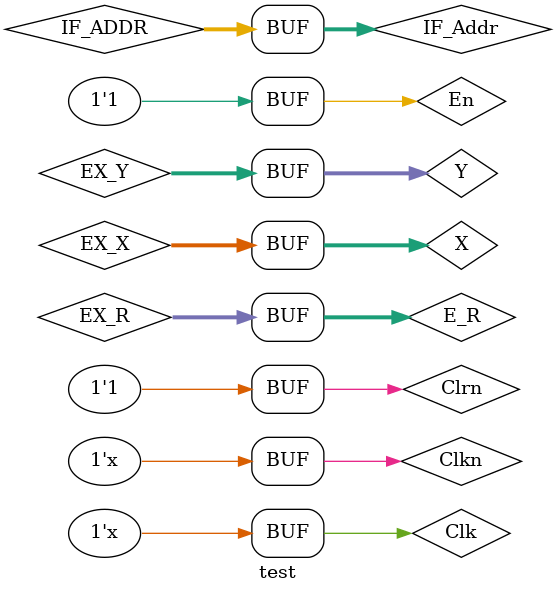
<source format=v>
`timescale 1ns / 1ps
module test();
    reg Clk,En,Clrn;
    wire[31:0] IF_ADDR,EX_R,EX_X,EX_Y;
    
    wire [31:0] IF_Result,IF_Addr,IF_PCadd4,IF_Inst,D,D1,ID_Qa,ID_Qb,ID_PCadd4,ID_Inst,ID_InstL2,EX_InstL2;
    wire [31:0] E_R1,E_R2,E_I,X,Y,E_R,EX_PC,EX_Inst,M_R,M_S,Dout,W_D,W_C,ID_EXTIMM,Alu_X,E_NUM,ID_EXTIMM_L2,ID_PC,EX_PCadd4,M_PCadd4,W_PCadd4;
    wire [5:0] E_Op,E_Func;
    wire [4:0] ID_Wr,ID_Wr1,W_Wr,E_Rd,M_Rd;
    wire [3:0]Aluc,E_Aluc;
    wire [1:0]Pcsrc,FwdA,FwdB,E_FwdA,E_FwdB;
    wire Regrt,Se,Wreg,Aluqb,Reg2reg,Wmem,Z,shift,j,Clkn,E_j,M_j,W_j;
    wire E_Wreg,E_Reg2reg,E_Wmem,E_Aluqb,Cout,M_Wreg,M_Reg2reg,M_Wmem,W_Wreg,W_Reg2reg,stall,condep;
    
    //IF
    not i0(Clkn,Clk);
    MUX4X32 mux4x32(IF_PCadd4,EX_PC,E_R1,EX_InstL2,Pcsrc,IF_Result);
    PC pc(IF_Result,Clk,En,Clrn,IF_Addr,stall);
    PCadd4 pcadd4(IF_Addr,IF_PCadd4);
    INSTMEM instmem(IF_Addr,IF_Inst);
    
    REG_ifid ifid(IF_PCadd4,IF_Inst,En,Clk,Clrn,ID_PCadd4,ID_Inst,stall,condep);
    
    //ID
    CONUNIT conunit(E_Op,ID_Inst[31:26],E_Func,ID_Inst[5:0],Z,Regrt,Se,Wreg,Aluqb,Aluc,Wmem,Pcsrc,Reg2reg,shift,j,ID_Inst[25:21],ID_Inst[20:16],E_Rd,M_Rd,E_Wreg,M_Wreg,FwdA,FwdB,E_Reg2reg,stall,condep);
    MUX2X5 mux2x5_1(ID_Inst[15:11],ID_Inst[20:16],Regrt,ID_Wr1);
    MUX2X5 mux2x5_2(ID_Wr1,31,j,ID_Wr);
    EXT16T32 ext16t32(ID_Inst[15:0],Se,ID_EXTIMM);//ID_EXTIMM¶ÔÓ¦E_I
    REGFILE regfile(ID_Inst[25:21],ID_Inst[20:16],D,W_Wr,W_Wreg,Clkn,Clrn,ID_Qa,ID_Qb);
    SHIFTER32_L2 shifter2(ID_EXTIMM,ID_EXTIMM_L2);//¿ØÖÆÃ°ÏÕ
    SHIFTER_COMBINATION shifter1(ID_Inst[25:0],ID_PCadd4,ID_InstL2);
    CLA_32 cla_32(ID_PCadd4,ID_EXTIMM_L2,0,ID_PC,Cout);//ID_PCadd4¶ÔÓ¦E_PC
    MUX2X32 mux2x32_1(D1,W_PCadd4,W_j,D);
    REG_idex idex(ID_Inst[5:0],j,ID_PCadd4,ID_InstL2,ID_PC,Wreg,Reg2reg,Wmem,ID_Inst[31:26],Aluc,Aluqb,ID_Inst,ID_Qa,ID_Qb,ID_EXTIMM,ID_Wr,En,Clk,Clrn,E_Wreg,E_Reg2reg,E_Wmem,E_Op,E_Aluc,E_Aluqb,EX_Inst,E_R1,E_R2,E_I,E_Rd,FwdA,FwdB,E_FwdA,E_FwdB,EX_PC,stall,EX_InstL2,EX_PCadd4,E_j,E_Func,condep);
    
    //EX
    MUX4X32 mux4x32_ex_1(E_R1,D1,M_R,0,E_FwdA,Alu_X);
    MUX4X32 mux4x32_ex_2(E_R2,D1,M_R,0,E_FwdB,E_NUM);
    MUX2X32 mux2x32_2(E_I,E_NUM,E_Aluqb,Y);
    MUX2X32 mux2x32_3(Alu_X,EX_Inst,shift,X);
    ALU alu(X,Y,E_Aluc,E_R,Z);
    
    REG_exmem exmem(E_j,EX_PCadd4,E_Wreg,E_Reg2reg,E_Wmem,E_R,E_R2,E_Rd,En,Clk,Clrn,M_Wreg,M_Reg2reg,M_Wmem,M_R,M_S,M_Rd,M_PCadd4,M_j);
    
    //MEM
    DATAMEM datamem(M_R,M_S,Clk,M_Wmem,Dout);
    
    REG_memwb memwb(M_j,M_PCadd4,M_Wreg,M_Reg2reg,M_R,Dout,M_Rd,En,Clk,Clrn,W_Wreg,W_Reg2reg,W_D,W_C,W_Wr,W_PCadd4,W_j);
    
    //WB
    MUX2X32 mux2x32_4(W_C,W_D,W_Reg2reg,D1);
    
    assign IF_ADDR=IF_Addr;
    assign EX_R=E_R;
    assign EX_X=X;
    assign EX_Y=Y;
    
    initial begin 
        Clk=0;
        Clrn=0;
        En=1;
        #10
        Clrn<=1;
    end
    always #5 Clk=~Clk;
endmodule

</source>
